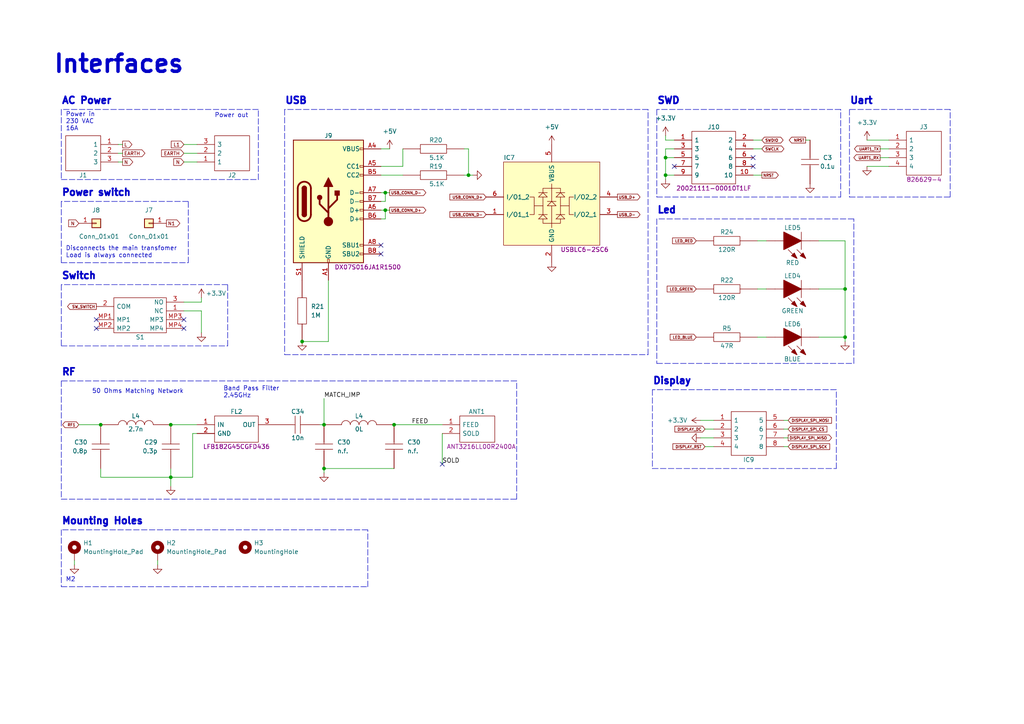
<source format=kicad_sch>
(kicad_sch (version 20230121) (generator eeschema)
  (paper "A4")
  (junction (at 245.11 97.79))
  (junction (at 111.76 55.88))
  (junction (at 193.04 45.72))
  (junction (at 245.11 83.82))
  (junction (at 87.63 99.06))
  (junction (at 193.04 50.8))
  (junction (at 135.89 50.8))
  (junction (at 49.53 123.19))
  (junction (at 111.76 60.96))
  (junction (at 29.21 123.19))
  (junction (at 93.98 123.19))
  (junction (at 114.3 123.19))
  (junction (at 93.98 135.89))
  (junction (at 49.53 138.43))
  (no_connect (at 128.27 134.62))
  (no_connect (at 218.44 48.26))
  (no_connect (at 27.94 95.25))
  (no_connect (at 218.44 45.72))
  (no_connect (at 53.34 92.71))
  (no_connect (at 195.58 48.26))
  (no_connect (at 110.49 73.66))
  (no_connect (at 110.49 71.12))
  (no_connect (at 27.94 92.71))
  (no_connect (at 53.34 95.25))
  (polyline (pts (xy 189.23 135.89) (xy 242.57 135.89)) (stroke (width 0) (type dash)))
  (wire (pts (xy 193.04 40.64) (xy 193.04 39.37)))
  (polyline (pts (xy 189.23 113.03) (xy 189.23 135.89)) (stroke (width 0) (type dash)))
  (polyline (pts (xy 106.68 170.18) (xy 106.68 153.67)) (stroke (width 0) (type dash)))
  (polyline (pts (xy 190.5 31.75) (xy 190.5 57.15)) (stroke (width 0) (type dash)))
  (polyline (pts (xy 149.86 110.49) (xy 17.78 110.49)) (stroke (width 0) (type dash)))
  (wire (pts (xy 110.49 43.18) (xy 113.03 43.18)))
  (polyline (pts (xy 82.55 31.75) (xy 82.55 102.87)) (stroke (width 0) (type dash)))
  (polyline (pts (xy 17.78 144.78) (xy 149.86 144.78)) (stroke (width 0) (type dash)))
  (polyline (pts (xy 190.5 57.15) (xy 243.84 57.15)) (stroke (width 0) (type dash)))
  (wire (pts (xy 111.76 55.88) (xy 113.03 55.88)))
  (wire (pts (xy 237.49 97.79) (xy 245.11 97.79)))
  (wire (pts (xy 55.88 125.73) (xy 55.88 138.43)))
  (wire (pts (xy 111.76 58.42) (xy 111.76 55.88)))
  (wire (pts (xy 110.49 55.88) (xy 111.76 55.88)))
  (wire (pts (xy 135.89 50.8) (xy 134.62 50.8)))
  (wire (pts (xy 22.86 123.19) (xy 29.21 123.19)))
  (wire (pts (xy 218.44 43.18) (xy 220.98 43.18)))
  (wire (pts (xy 233.68 40.64) (xy 234.95 40.64)))
  (wire (pts (xy 218.44 50.8) (xy 220.98 50.8)))
  (polyline (pts (xy 17.78 58.42) (xy 17.78 76.2)) (stroke (width 0) (type dash)))
  (polyline (pts (xy 17.78 100.33) (xy 66.04 100.33)) (stroke (width 0) (type dash)))
  (wire (pts (xy 134.62 43.18) (xy 135.89 43.18)))
  (polyline (pts (xy 247.65 63.5) (xy 190.5 63.5)) (stroke (width 0) (type dash)))
  (wire (pts (xy 95.25 81.28) (xy 95.25 99.06)))
  (polyline (pts (xy 190.5 105.41) (xy 247.65 105.41)) (stroke (width 0) (type dash)))
  (polyline (pts (xy 246.38 57.15) (xy 275.59 57.15)) (stroke (width 0) (type dash)))
  (wire (pts (xy 58.42 90.17) (xy 58.42 96.52)))
  (wire (pts (xy 111.76 63.5) (xy 111.76 60.96)))
  (wire (pts (xy 34.29 44.45) (xy 35.56 44.45)))
  (wire (pts (xy 21.59 162.56) (xy 21.59 163.83)))
  (wire (pts (xy 110.49 50.8) (xy 116.84 50.8)))
  (wire (pts (xy 204.47 124.46) (xy 207.01 124.46)))
  (wire (pts (xy 193.04 45.72) (xy 193.04 50.8)))
  (polyline (pts (xy 187.96 31.75) (xy 82.55 31.75)) (stroke (width 0) (type dash)))
  (wire (pts (xy 193.04 50.8) (xy 193.04 52.07)))
  (wire (pts (xy 237.49 83.82) (xy 245.11 83.82)))
  (wire (pts (xy 34.29 41.91) (xy 35.56 41.91)))
  (wire (pts (xy 203.2 127) (xy 207.01 127)))
  (wire (pts (xy 53.34 46.99) (xy 57.15 46.99)))
  (wire (pts (xy 110.49 63.5) (xy 111.76 63.5)))
  (polyline (pts (xy 17.78 52.07) (xy 74.93 52.07)) (stroke (width 0) (type dash)))
  (wire (pts (xy 93.98 135.89) (xy 93.98 137.16)))
  (wire (pts (xy 34.29 46.99) (xy 35.56 46.99)))
  (wire (pts (xy 53.34 87.63) (xy 58.42 87.63)))
  (polyline (pts (xy 247.65 105.41) (xy 247.65 63.5)) (stroke (width 0) (type dash)))
  (polyline (pts (xy 17.78 82.55) (xy 17.78 100.33)) (stroke (width 0) (type dash)))
  (wire (pts (xy 195.58 43.18) (xy 193.04 43.18)))
  (wire (pts (xy 114.3 123.19) (xy 128.27 123.19)))
  (wire (pts (xy 227.33 121.92) (xy 228.6 121.92)))
  (wire (pts (xy 220.98 40.64) (xy 218.44 40.64)))
  (wire (pts (xy 193.04 43.18) (xy 193.04 45.72)))
  (polyline (pts (xy 246.38 31.75) (xy 246.38 57.15)) (stroke (width 0) (type dash)))
  (wire (pts (xy 227.33 124.46) (xy 228.6 124.46)))
  (wire (pts (xy 195.58 45.72) (xy 193.04 45.72)))
  (polyline (pts (xy 74.93 31.75) (xy 17.78 31.75)) (stroke (width 0) (type dash)))
  (wire (pts (xy 222.25 83.82) (xy 219.71 83.82)))
  (wire (pts (xy 255.27 43.18) (xy 257.81 43.18)))
  (wire (pts (xy 203.2 121.92) (xy 207.01 121.92)))
  (wire (pts (xy 195.58 40.64) (xy 193.04 40.64)))
  (wire (pts (xy 93.98 115.57) (xy 93.98 123.19)))
  (wire (pts (xy 227.33 129.54) (xy 228.6 129.54)))
  (polyline (pts (xy 17.78 153.67) (xy 17.78 170.18)) (stroke (width 0) (type dash)))
  (polyline (pts (xy 17.78 170.18) (xy 106.68 170.18)) (stroke (width 0) (type dash)))
  (wire (pts (xy 255.27 45.72) (xy 257.81 45.72)))
  (polyline (pts (xy 275.59 31.75) (xy 246.38 31.75)) (stroke (width 0) (type dash)))
  (polyline (pts (xy 17.78 76.2) (xy 54.61 76.2)) (stroke (width 0) (type dash)))
  (wire (pts (xy 92.71 123.19) (xy 93.98 123.19)))
  (wire (pts (xy 57.15 123.19) (xy 49.53 123.19)))
  (polyline (pts (xy 187.96 102.87) (xy 187.96 31.75)) (stroke (width 0) (type dash)))
  (wire (pts (xy 251.46 40.64) (xy 257.81 40.64)))
  (polyline (pts (xy 82.55 102.87) (xy 187.96 102.87)) (stroke (width 0) (type dash)))
  (wire (pts (xy 58.42 87.63) (xy 58.42 86.36)))
  (wire (pts (xy 135.89 43.18) (xy 135.89 50.8)))
  (wire (pts (xy 45.72 162.56) (xy 45.72 163.83)))
  (wire (pts (xy 204.47 129.54) (xy 207.01 129.54)))
  (wire (pts (xy 195.58 50.8) (xy 193.04 50.8)))
  (wire (pts (xy 251.46 48.26) (xy 257.81 48.26)))
  (polyline (pts (xy 149.86 144.78) (xy 149.86 110.49)) (stroke (width 0) (type dash)))
  (polyline (pts (xy 66.04 82.55) (xy 17.78 82.55)) (stroke (width 0) (type dash)))
  (wire (pts (xy 49.53 135.89) (xy 49.53 138.43)))
  (polyline (pts (xy 243.84 31.75) (xy 190.5 31.75)) (stroke (width 0) (type dash)))
  (wire (pts (xy 49.53 138.43) (xy 49.53 140.97)))
  (polyline (pts (xy 106.68 153.67) (xy 17.78 153.67)) (stroke (width 0) (type dash)))
  (wire (pts (xy 111.76 60.96) (xy 113.03 60.96)))
  (wire (pts (xy 222.25 97.79) (xy 219.71 97.79)))
  (wire (pts (xy 93.98 135.89) (xy 114.3 135.89)))
  (wire (pts (xy 245.11 83.82) (xy 245.11 97.79)))
  (polyline (pts (xy 190.5 63.5) (xy 190.5 105.41)) (stroke (width 0) (type dash)))
  (wire (pts (xy 95.25 99.06) (xy 87.63 99.06)))
  (wire (pts (xy 110.49 60.96) (xy 111.76 60.96)))
  (polyline (pts (xy 242.57 113.03) (xy 189.23 113.03)) (stroke (width 0) (type dash)))
  (wire (pts (xy 57.15 125.73) (xy 55.88 125.73)))
  (polyline (pts (xy 242.57 135.89) (xy 242.57 113.03)) (stroke (width 0) (type dash)))
  (wire (pts (xy 110.49 58.42) (xy 111.76 58.42)))
  (wire (pts (xy 137.16 50.8) (xy 135.89 50.8)))
  (wire (pts (xy 219.71 69.85) (xy 222.25 69.85)))
  (wire (pts (xy 53.34 90.17) (xy 58.42 90.17)))
  (wire (pts (xy 245.11 69.85) (xy 245.11 83.82)))
  (polyline (pts (xy 17.78 31.75) (xy 17.78 52.07)) (stroke (width 0) (type dash)))
  (wire (pts (xy 49.53 138.43) (xy 29.21 138.43)))
  (wire (pts (xy 245.11 97.79) (xy 245.11 99.06)))
  (wire (pts (xy 227.33 127) (xy 228.6 127)))
  (wire (pts (xy 116.84 48.26) (xy 116.84 43.18)))
  (polyline (pts (xy 275.59 57.15) (xy 275.59 31.75)) (stroke (width 0) (type dash)))
  (polyline (pts (xy 54.61 76.2) (xy 54.61 58.42)) (stroke (width 0) (type dash)))
  (wire (pts (xy 29.21 135.89) (xy 29.21 138.43)))
  (polyline (pts (xy 74.93 52.07) (xy 74.93 31.75)) (stroke (width 0) (type dash)))
  (wire (pts (xy 55.88 138.43) (xy 49.53 138.43)))
  (wire (pts (xy 237.49 69.85) (xy 245.11 69.85)))
  (polyline (pts (xy 243.84 57.15) (xy 243.84 31.75)) (stroke (width 0) (type dash)))
  (wire (pts (xy 128.27 134.62) (xy 128.27 125.73)))
  (wire (pts (xy 53.34 44.45) (xy 57.15 44.45)))
  (polyline (pts (xy 17.78 110.49) (xy 17.78 144.78)) (stroke (width 0) (type dash)))
  (wire (pts (xy 110.49 48.26) (xy 116.84 48.26)))
  (polyline (pts (xy 66.04 100.33) (xy 66.04 82.55)) (stroke (width 0) (type dash)))
  (wire (pts (xy 53.34 41.91) (xy 57.15 41.91)))
  (polyline (pts (xy 54.61 58.42) (xy 17.78 58.42)) (stroke (width 0) (type dash)))
  (text "Uart" (at 246.38 30.48 0) (effects (font (size 2 2) (thickness 1) bold) (justify left bottom)))
  (text "Display" (at 189.23 111.76 0) (effects (font (size 2 2) (thickness 1) bold) (justify left bottom)))
  (text "Interfaces" (at 15.24 21.59 0) (effects (font (size 5 5) (thickness 1) bold) (justify left bottom)))
  (text "50 Ohms Matching Network" (at 26.67 114.3 0) (effects (font (size 1.27 1.27)) (justify left bottom)))
  (text "RF" (at 17.78 109.22 0) (effects (font (size 2 2) (thickness 1) bold) (justify left bottom)))
  (text "Power in\n230 VAC\n16A" (at 19.05 38.1 0) (effects (font (size 1.27 1.27)) (justify left bottom)))
  (text "AC Power" (at 17.78 30.48 0) (effects (font (size 2 2) (thickness 1) bold) (justify left bottom)))
  (text "Switch" (at 17.78 81.28 0) (effects (font (size 2 2) (thickness 1) bold) (justify left bottom)))
  (text "Band Pass Filter\n2.45GHz" (at 64.77 115.57 0) (effects (font (size 1.27 1.27)) (justify left bottom)))
  (text "Power out" (at 62.23 34.29 0) (effects (font (size 1.27 1.27)) (justify left bottom)))
  (text "USB" (at 82.55 30.48 0) (effects (font (size 2 2) (thickness 1) bold) (justify left bottom)))
  (text "M2" (at 19.05 168.91 0) (effects (font (size 1.27 1.27)) (justify left bottom)))
  (text "Power switch" (at 17.78 57.15 0) (effects (font (size 2 2) (thickness 1) bold) (justify left bottom)))
  (text "SWD" (at 190.5 30.48 0) (effects (font (size 2 2) (thickness 1) bold) (justify left bottom)))
  (text "Led" (at 190.5 62.23 0) (effects (font (size 2 2) (thickness 1) bold) (justify left bottom)))
  (text "Disconnects the main transfomer\nLoad is always connected" (at 19.05 74.93 0) (effects (font (size 1.27 1.27)) (justify left bottom)))
  (text "Mounting Holes" (at 17.78 152.4 0) (effects (font (size 2 2) (thickness 1) bold) (justify left bottom)))
  (label "MATCH_IMP" (at 93.98 115.57 0))
  (label "FEED" (at 119.38 123.19 0))
  (label "SOLD" (at 128.27 134.62 0))
  (global_label "EARTH" (shape output) (at 35.56 44.45 0) (effects (font (size 1 1))) (property "Intersheetrefs" "${INTERSHEET_REFS}" (effects hide)))
  (global_label "UART1_RX" (shape output) (at 255.27 45.72 180) (effects (font (size 0.8 0.8) bold)) (property "Intersheetrefs" "${INTERSHEET_REFS}" (effects hide)))
  (global_label "DISPLAY_SPI_MOSI" (shape input) (at 228.6 121.92 0) (effects (font (size 0.8 0.8) bold)) (property "Intersheetrefs" "${INTERSHEET_REFS}" (effects hide)))
  (global_label "LED_RED" (shape input) (at 201.93 69.85 180) (effects (font (size 0.8 0.8) bold)) (property "Intersheetrefs" "${INTERSHEET_REFS}" (effects hide)))
  (global_label "DISPLAY_SPI_SCK" (shape input) (at 228.6 129.54 0) (effects (font (size 0.8 0.8) bold)) (property "Intersheetrefs" "${INTERSHEET_REFS}" (effects hide)))
  (global_label "EARTH" (shape input) (at 53.34 44.45 180) (effects (font (size 1 1))) (property "Intersheetrefs" "${INTERSHEET_REFS}" (effects hide)))
  (global_label "LED_BLUE" (shape input) (at 201.93 97.79 180) (effects (font (size 0.8 0.8) bold)) (property "Intersheetrefs" "${INTERSHEET_REFS}" (effects hide)))
  (global_label "USB_CONN_D-" (shape input) (at 140.97 62.23 180) (effects (font (size 0.8 0.8) bold)) (property "Intersheetrefs" "${INTERSHEET_REFS}" (effects hide)))
  (global_label "RF1" (shape bidirectional) (at 22.86 123.19 180) (effects (font (size 0.8 0.8) bold)) (property "Intersheetrefs" "${INTERSHEET_REFS}" (effects hide)))
  (global_label "DISPLAY_DC" (shape input) (at 204.47 124.46 180) (effects (font (size 0.8 0.8) bold)) (property "Intersheetrefs" "${INTERSHEET_REFS}" (effects hide)))
  (global_label "DISPLAY_SPI_MISO" (shape output) (at 228.6 127 0) (effects (font (size 0.8 0.8) bold)) (property "Intersheetrefs" "${INTERSHEET_REFS}" (effects hide)))
  (global_label "NRST" (shape output) (at 233.68 40.64 180) (effects (font (size 0.8 0.8) bold)) (property "Intersheetrefs" "${INTERSHEET_REFS}" (effects hide)))
  (global_label "USB_D-" (shape output) (at 179.07 62.23 0) (effects (font (size 0.8 0.8) bold)) (property "Intersheetrefs" "${INTERSHEET_REFS}" (effects hide)))
  (global_label "NRST" (shape output) (at 220.98 50.8 0) (effects (font (size 0.8 0.8) bold)) (property "Intersheetrefs" "${INTERSHEET_REFS}" (effects hide)))
  (global_label "SW_SWITCH" (shape output) (at 27.94 88.9 180) (effects (font (size 0.8 0.8) bold)) (property "Intersheetrefs" "${INTERSHEET_REFS}" (effects hide)))
  (global_label "N1" (shape output) (at 48.26 64.77 0) (effects (font (size 1 1))) (property "Intersheetrefs" "${INTERSHEET_REFS}" (effects hide)))
  (global_label "N" (shape input) (at 22.86 64.77 180) (effects (font (size 1 1))) (property "Intersheetrefs" "${INTERSHEET_REFS}" (effects hide)))
  (global_label "USB_D+" (shape output) (at 179.07 57.15 0) (effects (font (size 0.8 0.8) bold)) (property "Intersheetrefs" "${INTERSHEET_REFS}" (effects hide)))
  (global_label "LED_GREEN" (shape input) (at 201.93 83.82 180) (effects (font (size 0.8 0.8) bold)) (property "Intersheetrefs" "${INTERSHEET_REFS}" (effects hide)))
  (global_label "N" (shape output) (at 35.56 46.99 0) (effects (font (size 1 1))) (property "Intersheetrefs" "${INTERSHEET_REFS}" (effects hide)))
  (global_label "DISPLAY_RST" (shape input) (at 204.47 129.54 180) (effects (font (size 0.8 0.8) bold)) (property "Intersheetrefs" "${INTERSHEET_REFS}" (effects hide)))
  (global_label "SWDIO" (shape bidirectional) (at 220.98 40.64 0) (effects (font (size 0.8 0.8) bold)) (property "Intersheetrefs" "${INTERSHEET_REFS}" (effects hide)))
  (global_label "USB_CONN_D+" (shape output) (at 113.03 60.96 0) (effects (font (size 0.8 0.8) bold)) (property "Intersheetrefs" "${INTERSHEET_REFS}" (effects hide)))
  (global_label "N" (shape input) (at 53.34 46.99 180) (effects (font (size 1 1))) (property "Intersheetrefs" "${INTERSHEET_REFS}" (effects hide)))
  (global_label "USB_CONN_D-" (shape output) (at 113.03 55.88 0) (effects (font (size 0.8 0.8) bold)) (property "Intersheetrefs" "${INTERSHEET_REFS}" (effects hide)))
  (global_label "USB_CONN_D+" (shape input) (at 140.97 57.15 180) (effects (font (size 0.8 0.8) bold)) (property "Intersheetrefs" "${INTERSHEET_REFS}" (effects hide)))
  (global_label "L1" (shape input) (at 53.34 41.91 180) (effects (font (size 1 1))) (property "Intersheetrefs" "${INTERSHEET_REFS}" (effects hide)))
  (global_label "DISPLAY_SPI_CS" (shape input) (at 228.6 124.46 0) (effects (font (size 0.8 0.8) bold)) (property "Intersheetrefs" "${INTERSHEET_REFS}" (effects hide)))
  (global_label "UART1_TX" (shape output) (at 255.27 43.18 180) (effects (font (size 0.8 0.8) bold)) (property "Intersheetrefs" "${INTERSHEET_REFS}" (effects hide)))
  (global_label "L" (shape output) (at 35.56 41.91 0) (effects (font (size 1 1))) (property "Intersheetrefs" "${INTERSHEET_REFS}" (effects hide)))
  (global_label "SWCLK" (shape bidirectional) (at 220.98 43.18 0) (effects (font (size 0.8 0.8) bold)) (property "Intersheetrefs" "${INTERSHEET_REFS}" (effects hide)))
  (symbol (lib_id "power:GND") (at 58.42 96.52 0) (unit 1)
    (property "Reference" "#PWR02" (effects hide))
    (property "Value" "GND" (effects hide))
    (instances (project "smartplug" (path "" (reference "#PWR02") (unit 1)) (path "" (reference "#PWR04") (unit 1)) (path "" (reference "#PWR026") (unit 1)) (path "" (reference "#PWR026") (unit 1))))
  )
  (symbol (lib_id "Connector:USB_C_Receptacle_USB2.0") (at 95.25 58.42 0) (unit 1)
    (property "Reference" "J9" (at 95.25 39.37 0))
    (property "Value" "USB_C_Receptacle_USB2.0" (effects hide))
    (property "Footprint" "Connector_USB:USB_C_Receptacle_JAE_DX07S016JA1R1500" (effects hide))
    (property "Datasheet" "https://www.usb.org/sites/default/files/documents/usb_type-c.zip" (effects hide))
    (property "Manufacturer_Name" "JAE Electronics" (effects hide))
    (property "Manufacturer_Part_Number" "DX07S016JA1R1500" (at 106.68 77.47 0))
  )
  (symbol (lib_id "power:+5V") (at 160.02 41.91 0) (unit 1)
    (property "Reference" "#PWR028" (effects hide))
    (property "Value" "+5V" (at 160.02 36.83 0))
    (instances (project "smartplug" (path "" (reference "#PWR028") (unit 1)) (path "" (reference "#PWR050") (unit 1))))
  )
  (symbol (lib_id "power:GND") (at 49.53 140.97 0) (mirror y) (unit 1)
    (property "Reference" "#PWR02" (effects hide))
    (property "Value" "GND" (effects hide))
    (instances (project "smartplug" (path "" (reference "#PWR02") (unit 1)) (path "" (reference "#PWR04") (unit 1)) (path "" (reference "#PWR029") (unit 1)) (path "" (reference "#PWR024") (unit 1))))
  )
  (symbol (lib_id "alecot:GRM1555C1HR80BA01D") (at 29.21 135.89 270) (mirror x) (unit 1)
    (property "Reference" "C30" (at 25.4 128.27 90) (effects (justify right)))
    (property "Value" "0.8p" (at 25.4 130.81 90) (effects (justify right)))
    (property "Footprint" "alecot:CAPC1005X55N" (effects hide))
    (property "Datasheet" "http://www.murata.com/~/media/webrenewal/support/library/catalog/products/capacitor/mlcc/c02e.pdf" (effects hide))
    (property "Description" "Murata 0402 GRM 0.8pF Ceramic Multilayer Capacitor, 50 V dc, +125C, C0G Dielectric, +/-0.1pF SMD" (effects hide))
    (property "Height" "0.55" (effects hide))
    (property "Mouser Part Number" "81-GRM1555C1HR80BA1D" (effects hide))
    (property "Mouser Price/Stock" "https://www.mouser.co.uk/ProductDetail/Murata-Electronics/GRM1555C1HR80BA01D?qs=e%252BE4OD6MgMezPYPintwvrA%3D%3D" (effects hide))
    (property "Manufacturer_Name" "Murata Electronics" (effects hide))
    (property "Manufacturer_Part_Number" "GRM1555C1HR80BA01D" (effects hide))
    (instances (project "smartplug" (path "" (reference "C30") (unit 1)) (path "" (reference "C29") (unit 1))))
  )
  (symbol (lib_id "alecot:PCM12SMTR") (at 40.64 87.63 0) (unit 1)
    (property "Reference" "S1" (at 40.64 97.79 0))
    (property "Value" "PCM12SMTR" (effects hide))
    (property "Footprint" "alecot:PCM12SMTR" (effects hide))
    (property "Datasheet" "https://www.ckswitches.com/media/1424/pcm.pdf" (effects hide))
    (property "Description" "Slide Switches 0.3A SPDT ON-ON" (effects hide))
    (property "Height" "1.4" (effects hide))
    (property "Mouser Part Number" "611-PCM12SMTR" (effects hide))
    (property "Mouser Price/Stock" "https://www.mouser.co.uk/ProductDetail/CK/PCM12SMTR?qs=mfFuHy8STfL3qrPSfCHA7w%3D%3D" (effects hide))
    (property "Manufacturer_Name" "C & K COMPONENTS" (effects hide))
    (property "Manufacturer_Part_Number" "PCM12SMTR" (effects hide))
  )
  (symbol (lib_id "alecot:GRM1555C1HR30WA01D") (at 49.53 135.89 270) (mirror x) (unit 1)
    (property "Reference" "C29" (at 45.72 128.27 90) (effects (justify right)))
    (property "Value" "0.3p" (at 45.72 130.81 90) (effects (justify right)))
    (property "Footprint" "alecot:CAPC1005X55N" (effects hide))
    (property "Datasheet" "http://www.murata.com/~/media/webrenewal/support/library/catalog/products/capacitor/mlcc/c02e.pdf" (effects hide))
    (property "Description" "Murata 0402 GRM 0.3pF Ceramic Multilayer Capacitor, 50 V dc, +125C, C0G Dielectric, +/-0.05pF SMD" (effects hide))
    (property "Height" "0.55" (effects hide))
    (property "Mouser Part Number" "81-GRM1555C1HR30WA1D" (effects hide))
    (property "Mouser Price/Stock" "https://www.mouser.co.uk/ProductDetail/Murata-Electronics/GRM1555C1HR30WA01D?qs=e%252BE4OD6MgMcS%252BbE0ktTutg%3D%3D" (effects hide))
    (property "Manufacturer_Name" "Murata Electronics" (effects hide))
    (property "Manufacturer_Part_Number" "GRM1555C1HR30WA01D" (effects hide))
    (instances (project "smartplug" (path "" (reference "C29") (unit 1)) (path "" (reference "C30") (unit 1))))
  )
  (symbol (lib_id "alecot:151034BS03000") (at 227.33 97.79 180) (unit 1)
    (property "Reference" "LED6" (at 229.87 93.98 0))
    (property "Value" "BLUE" (at 229.87 104.14 0))
    (property "Footprint" "alecot:151034BS03000" (effects hide))
    (property "Datasheet" "http://katalog.we-online.de/led/datasheet/151034BS03000.pdf" (effects hide))
    (property "Description" "Wurth Elektronik 151034BS03000, WL-TMRW Series Blue LED, 470 nm,, Round Lens Through Hole Package, 2.8V" (effects hide))
    (property "Height" "5.55" (effects hide))
    (property "Mouser Part Number" "710-151034BS03000" (effects hide))
    (property "Mouser Price/Stock" "https://www.mouser.co.uk/ProductDetail/Wurth-Elektronik/151034BS03000?qs=5aG0NVq1C4xip2bYWo%252B2Eg%3D%3D" (effects hide))
    (property "Manufacturer_Name" "Wurth Elektronik" (effects hide))
    (property "Manufacturer_Part_Number" "151034BS03000" (effects hide))
  )
  (symbol (lib_id "power:GND") (at 193.04 52.07 0) (unit 1)
    (property "Reference" "#PWR02" (effects hide))
    (property "Value" "GND" (effects hide))
    (instances (project "smartplug" (path "" (reference "#PWR02") (unit 1)) (path "" (reference "#PWR04") (unit 1)) (path "" (reference "#PWR038") (unit 1)) (path "" (reference "#PWR029") (unit 1))))
  )
  (symbol (lib_id "power:GND") (at 160.02 76.2 0) (unit 1)
    (property "Reference" "#PWR02" (effects hide))
    (property "Value" "GND" (effects hide))
    (instances (project "smartplug" (path "" (reference "#PWR02") (unit 1)) (path "" (reference "#PWR04") (unit 1)) (path "" (reference "#PWR035") (unit 1)) (path "" (reference "#PWR049") (unit 1))))
  )
  (symbol (lib_id "power:+3.3V") (at 193.04 39.37 0) (unit 1)
    (property "Reference" "#PWR037" (effects hide))
    (property "Value" "+3.3V" (at 193.04 34.29 0))
  )
  (symbol (lib_id "Mechanical:MountingHole_Pad") (at 45.72 160.02 0) (unit 1)
    (property "Reference" "H2" (at 48.26 157.48 0) (effects (justify left)))
    (property "Value" "MountingHole_Pad" (at 48.26 160.02 0) (effects (justify left)))
    (property "Footprint" "MountingHole:MountingHole_2.2mm_M2_ISO7380_Pad" (effects hide))
  )
  (symbol (lib_id "alecot:GRM1555C1HR80BA01D") (at 93.98 123.19 90) (mirror x) (unit 1)
    (property "Reference" "C30" (at 97.79 128.27 90) (effects (justify right)))
    (property "Value" "n.f." (at 97.79 130.81 90) (effects (justify right)))
    (property "Footprint" "alecot:CAPC1005X55N" (effects hide))
    (property "Datasheet" "http://www.murata.com/~/media/webrenewal/support/library/catalog/products/capacitor/mlcc/c02e.pdf" (effects hide))
    (property "Description" "Murata 0402 GRM 0.8pF Ceramic Multilayer Capacitor, 50 V dc, +125C, C0G Dielectric, +/-0.1pF SMD" (effects hide))
    (property "Height" "0.55" (effects hide))
    (property "Mouser Part Number" "81-GRM1555C1HR80BA1D" (effects hide))
    (property "Mouser Price/Stock" "https://www.mouser.co.uk/ProductDetail/Murata-Electronics/GRM1555C1HR80BA01D?qs=e%252BE4OD6MgMezPYPintwvrA%3D%3D" (effects hide))
    (property "Manufacturer_Name" "Murata Electronics" (effects hide))
    (property "Manufacturer_Part_Number" "GRM1555C1HR80BA01D" (effects hide))
    (instances (project "smartplug" (path "" (reference "C30") (unit 1)) (path "" (reference "C33") (unit 1))))
  )
  (symbol (lib_id "alecot:ERJ-3EKF1200V") (at 213.36 69.85 0) (unit 1)
    (property "Reference" "R24" (at 210.82 67.31 0))
    (property "Value" "120R" (at 210.82 72.39 0))
    (property "Footprint" "alecot:RESC1608X55N" (effects hide))
    (property "Datasheet" "http://industrial.panasonic.com/cdbs/www-data/pdf/RDA0000/AOA0000C86.pdf" (effects hide))
    (property "Description" "Precision Thick Film Chip Resistor, 0603, 0.1W" (effects hide))
    (property "Height" "0.55" (effects hide))
    (property "Mouser Part Number" "667-ERJ-3EKF1200V" (effects hide))
    (property "Mouser Price/Stock" "https://www.mouser.co.uk/ProductDetail/Panasonic/ERJ-3EKF1200V?qs=iBwFsHVUAOfkZ4Bj0qjBGg%3D%3D" (effects hide))
    (property "Manufacturer_Name" "Panasonic" (effects hide))
    (property "Manufacturer_Part_Number" "ERJ-3EKF1200V" (effects hide))
  )
  (symbol (lib_id "alecot:ERJ-3EKF47R0V") (at 201.93 97.79 0) (unit 1)
    (property "Reference" "R5" (at 210.82 95.25 0))
    (property "Value" "47R" (at 210.82 100.33 0))
    (property "Footprint" "alecot:RESC1608X55N" (effects hide))
    (property "Datasheet" "http://industrial.panasonic.com/cdbs/www-data/pdf/RDA0000/AOA0000C86.pdf" (effects hide))
    (property "Description" "Precision Thick Film Chip Resistor, 0603, 0.1W, 47R" (effects hide))
    (property "Height" "0.55" (effects hide))
    (property "Mouser Part Number" "667-ERJ-3EKF47R0V" (effects hide))
    (property "Mouser Price/Stock" "https://www.mouser.co.uk/ProductDetail/Panasonic/ERJ-3EKF47R0V?qs=MVjVSMjNRMpsvSx%252B5vk7Cg%3D%3D" (effects hide))
    (property "Manufacturer_Name" "Panasonic" (effects hide))
    (property "Manufacturer_Part_Number" "ERJ-3EKF47R0V" (effects hide))
  )
  (symbol (lib_id "alecot:534998-4") (at 219.71 121.92 0) (unit 1)
    (property "Reference" "IC9" (at 217.17 133.35 0))
    (property "Value" "534998-4" (effects hide))
    (property "Footprint" "alecot:RHDR8W76P254X254_2X4_1016X503X673P" (effects hide))
    (property "Datasheet" "https://www.te.com/commerce/DocumentDelivery/DDEController?Action=srchrtrv&DocNm=534998&DocType=Customer+Drawing&DocLang=English&DocFormat=pdf&PartCntxt=534998-4" (effects hide))
    (property "Description" "TE Connectivity Mod IV Series 8 Way 2 Row Female Straight PCB Connector Housing" (effects hide))
    (property "Height" "6.73" (effects hide))
    (property "Mouser Part Number" "571-5349984" (effects hide))
    (property "Mouser Price/Stock" "https://www.mouser.co.uk/ProductDetail/TE-Connectivity-AMP/534998-4?qs=4hg9R9g9MDuYj2jy%252BA%2FiKQ%3D%3D" (effects hide))
    (property "Manufacturer_Name" "TE Connectivity" (effects hide))
    (property "Manufacturer_Part_Number" "534998-4" (effects hide))
  )
  (symbol (lib_id "power:GND") (at 93.98 137.16 0) (mirror y) (unit 1)
    (property "Reference" "#PWR02" (effects hide))
    (property "Value" "GND" (effects hide))
    (instances (project "smartplug" (path "" (reference "#PWR02") (unit 1)) (path "" (reference "#PWR04") (unit 1)) (path "" (reference "#PWR029") (unit 1)) (path "" (reference "#PWR038") (unit 1))))
  )
  (symbol (lib_id "Mechanical:MountingHole") (at 71.12 158.75 0) (unit 1)
    (property "Reference" "H3" (at 73.66 157.48 0) (effects (justify left)))
    (property "Value" "MountingHole" (at 73.66 160.02 0) (effects (justify left)))
    (property "Footprint" "MountingHole:MountingHole_2.2mm_M2_ISO7380" (effects hide))
  )
  (symbol (lib_id "alecot:ERJ-3EKF1004V") (at 87.63 99.06 90) (unit 1)
    (property "Reference" "R21" (at 90.17 88.9 90) (effects (justify right)))
    (property "Value" "1M" (at 90.17 91.44 90) (effects (justify right)))
    (property "Footprint" "alecot:RESC1608X55N" (effects hide))
    (property "Datasheet" "http://industrial.panasonic.com/cdbs/www-data/pdf/RDA0000/AOA0000C86.pdf" (effects hide))
    (property "Description" "Precision Thick Film Chip Resistor, 0603, 0.1W" (effects hide))
    (property "Height" "0.55" (effects hide))
    (property "Mouser Part Number" "667-ERJ-3EKF1004V" (effects hide))
    (property "Mouser Price/Stock" "https://www.mouser.co.uk/ProductDetail/Panasonic/ERJ-3EKF1004V?qs=6%252BUraArZVSCwybhfQn7iYg%3D%3D" (effects hide))
    (property "Manufacturer_Name" "Panasonic" (effects hide))
    (property "Manufacturer_Part_Number" "ERJ-3EKF1004V" (effects hide))
    (instances (project "smartplug" (path "" (reference "R21") (unit 1)) (path "" (reference "R19") (unit 1))))
  )
  (symbol (lib_id "alecot:GCM188R72A103KA37J") (at 80.01 123.19 0) (unit 1)
    (property "Reference" "C34" (at 86.36 119.38 0))
    (property "Value" "10n" (at 86.36 127 0))
    (property "Footprint" "alecot:CAPC1608X90N" (effects hide))
    (property "Datasheet" "https://psearch.en.murata.com/capacitor/product/GCM188R72A103KA37%23.html" (effects hide))
    (property "Description" "Capacitor GCM18 L=1.6mm W=0.8mm T=0.8mm" (effects hide))
    (property "Height" "0.9" (effects hide))
    (property "Mouser Part Number" "81-GCM188R72A103KA7J" (effects hide))
    (property "Mouser Price/Stock" "https://www.mouser.co.uk/ProductDetail/Murata-Electronics/GCM188R72A103KA37J?qs=XuOgWozpmAS9MToLIJ09hw%3D%3D" (effects hide))
    (property "Manufacturer_Name" "Murata Electronics" (effects hide))
    (property "Manufacturer_Part_Number" "GCM188R72A103KA37J" (effects hide))
  )
  (symbol (lib_id "Mechanical:MountingHole_Pad") (at 21.59 160.02 0) (unit 1)
    (property "Reference" "H1" (at 24.13 157.48 0) (effects (justify left)))
    (property "Value" "MountingHole_Pad" (at 24.13 160.02 0) (effects (justify left)))
    (property "Footprint" "MountingHole:MountingHole_2.2mm_M2_ISO7380_Pad" (effects hide))
  )
  (symbol (lib_id "power:+3.3V") (at 58.42 86.36 0) (unit 1)
    (property "Reference" "#PWR025" (effects hide))
    (property "Value" "+3.3V" (at 59.69 85.09 0) (effects (justify left)))
  )
  (symbol (lib_id "power:GND") (at 137.16 50.8 90) (unit 1)
    (property "Reference" "#PWR02" (effects hide))
    (property "Value" "GND" (effects hide))
    (instances (project "smartplug" (path "" (reference "#PWR02") (unit 1)) (path "" (reference "#PWR04") (unit 1)) (path "" (reference "#PWR035") (unit 1)) (path "" (reference "#PWR036") (unit 1))))
  )
  (symbol (lib_id "power:+3.3V") (at 251.46 40.64 0) (unit 1)
    (property "Reference" "#PWR043" (effects hide))
    (property "Value" "+3.3V" (at 251.46 35.56 0))
  )
  (symbol (lib_id "power:GND") (at 234.95 53.34 0) (unit 1)
    (property "Reference" "#PWR02" (effects hide))
    (property "Value" "GND" (effects hide))
    (instances (project "smartplug" (path "" (reference "#PWR02") (unit 1)) (path "" (reference "#PWR04") (unit 1)) (path "" (reference "#PWR027") (unit 1)) (path "" (reference "#PWR027") (unit 1))))
  )
  (symbol (lib_id "alecot:ERJ-3EKF1200V") (at 213.36 83.82 0) (unit 1)
    (property "Reference" "R22" (at 210.82 81.28 0))
    (property "Value" "120R" (at 210.82 86.36 0))
    (property "Footprint" "alecot:RESC1608X55N" (effects hide))
    (property "Datasheet" "http://industrial.panasonic.com/cdbs/www-data/pdf/RDA0000/AOA0000C86.pdf" (effects hide))
    (property "Description" "Precision Thick Film Chip Resistor, 0603, 0.1W" (effects hide))
    (property "Height" "0.55" (effects hide))
    (property "Mouser Part Number" "667-ERJ-3EKF1200V" (effects hide))
    (property "Mouser Price/Stock" "https://www.mouser.co.uk/ProductDetail/Panasonic/ERJ-3EKF1200V?qs=iBwFsHVUAOfkZ4Bj0qjBGg%3D%3D" (effects hide))
    (property "Manufacturer_Name" "Panasonic" (effects hide))
    (property "Manufacturer_Part_Number" "ERJ-3EKF1200V" (effects hide))
  )
  (symbol (lib_id "power:GND") (at 245.11 99.06 0) (unit 1)
    (property "Reference" "#PWR02" (effects hide))
    (property "Value" "GND" (effects hide))
    (instances (project "smartplug" (path "" (reference "#PWR02") (unit 1)) (path "" (reference "#PWR04") (unit 1)) (path "" (reference "#PWR027") (unit 1)) (path "" (reference "#PWR054") (unit 1))))
  )
  (symbol (lib_id "power:GND") (at 87.63 99.06 0) (unit 1)
    (property "Reference" "#PWR02" (effects hide))
    (property "Value" "GND" (effects hide))
    (instances (project "smartplug" (path "" (reference "#PWR02") (unit 1)) (path "" (reference "#PWR04") (unit 1)) (path "" (reference "#PWR036") (unit 1)) (path "" (reference "#PWR028") (unit 1))))
  )
  (symbol (lib_id "alecot:1935174") (at 34.29 41.91 0) (mirror y) (unit 1)
    (property "Reference" "J1" (at 24.13 50.8 0))
    (property "Value" "1935174" (effects hide))
    (property "Footprint" "alecot:1935174" (effects hide))
    (property "Description" "PCB terminal block, Nominal current: 17.5 A, Nom. voltage: 400 V, Pitch: 5 mm, Number of positions: 3, Connection method: Screw connection with wire protector, Mounting: Wave soldering, Conductor/PCB connection direction: 0 , Color: green, Also possible: Connection of a 1.5 mm conductor with ferrule, then however with reduction in rated voltage or degree of pollution / surge category." (effects hide))
    (property "Height" "11.55" (effects hide))
    (property "Mouser Part Number" "651-1935174" (effects hide))
    (property "Mouser Price/Stock" "https://www.mouser.co.uk/ProductDetail/Phoenix-Contact/1935174?qs=QWULklcAmSR8B7o4YouITA%3D%3D" (effects hide))
    (property "Manufacturer_Name" "Phoenix Contact" (effects hide))
    (property "Manufacturer_Part_Number" "1935174" (effects hide))
  )
  (symbol (lib_id "alecot:151033RS03000") (at 227.33 69.85 180) (unit 1)
    (property "Reference" "LED5" (at 229.87 66.04 0))
    (property "Value" "RED" (at 229.87 76.2 0))
    (property "Footprint" "alecot:151033RS03000" (effects hide))
    (property "Datasheet" "https://www.we-online.com/katalog/datasheet/151033RS03000.pdf" (effects hide))
    (property "Description" "WURTH ELEKTRONIK - 151033RS03000 - LED, Red, Through Hole, T-1 (3mm), 30 mA, 2 V, 621 nm" (effects hide))
    (property "Height" "10.9" (effects hide))
    (property "Mouser Part Number" "710-151033RS03000" (effects hide))
    (property "Mouser Price/Stock" "https://www.mouser.co.uk/ProductDetail/Wurth-Elektronik/151033RS03000?qs=LlUlMxKIyB1%252BAw6bWFN43w%3D%3D" (effects hide))
    (property "Manufacturer_Name" "Wurth Elektronik" (effects hide))
    (property "Manufacturer_Part_Number" "151033RS03000" (effects hide))
  )
  (symbol (lib_id "alecot:151031VS06000") (at 228.6 83.82 180) (unit 1)
    (property "Reference" "LED4" (at 229.87 80.01 0))
    (property "Value" "GREEN" (at 229.87 90.17 0))
    (property "Footprint" "alecot:151034GS03000" (effects hide))
    (property "Datasheet" "https://katalog.we-online.de/led/datasheet/151031VS06000.pdf" (effects hide))
    (property "Description" "LED,Wurth Elektronik,151031VS06000, 2.2V FV" (effects hide))
    (property "Mouser Part Number" "710-151031VS06000" (effects hide))
    (property "Mouser Price/Stock" "https://www.mouser.co.uk/ProductDetail/Wurth-Elektronik/151031VS06000?qs=LlUlMxKIyB01ggED1iKswA%3D%3D" (effects hide))
    (property "Manufacturer_Name" "Wurth Elektronik" (effects hide))
    (property "Manufacturer_Part_Number" "151031VS06000" (effects hide))
  )
  (symbol (lib_id "alecot:20021111-00010T1LF") (at 208.28 43.18 0) (unit 1)
    (property "Reference" "J10" (at 207.01 36.83 0))
    (property "Footprint" "alecot:HDRV10W45P127_2X5_635X343X575P" (effects hide))
    (property "Datasheet" "https://cdn.amphenol-cs.com/media/wysiwyg/files/drawing/20021111.pdf" (effects hide))
    (property "Description" "Minitek127,  Board to Board connector, Unshrouded Vertical Header, Through Hole, Double Row, 10 Positions, 1.27mm (0.050in) pitch." (effects hide))
    (property "Height" "5.75" (effects hide))
    (property "Mouser Part Number" "649-200211110010T1LF" (effects hide))
    (property "Mouser Price/Stock" "https://www.mouser.co.uk/ProductDetail/Amphenol-FCI/20021111-00010T1LF?qs=nwYJ12Fl9gS7abe%2FFSrp1g%3D%3D" (effects hide))
    (property "Manufacturer_Name" "Amphenol Communications Solutions" (effects hide))
    (property "Manufacturer_Part_Number" "20021111-00010T1LF" (at 207.01 54.61 0))
  )
  (symbol (lib_id "power:+5V") (at 113.03 43.18 0) (unit 1)
    (property "Reference" "#PWR028" (effects hide))
    (property "Value" "+5V" (at 113.03 38.1 0))
    (instances (project "smartplug" (path "" (reference "#PWR028") (unit 1)) (path "" (reference "#PWR035") (unit 1))))
  )
  (symbol (lib_id "alecot:1935174") (at 57.15 46.99 0) (mirror x) (unit 1)
    (property "Reference" "J2" (at 67.31 50.8 0))
    (property "Value" "1935174" (effects hide))
    (property "Footprint" "alecot:1935174" (effects hide))
    (property "Description" "PCB terminal block, Nominal current: 17.5 A, Nom. voltage: 400 V, Pitch: 5 mm, Number of positions: 3, Connection method: Screw connection with wire protector, Mounting: Wave soldering, Conductor/PCB connection direction: 0 , Color: green, Also possible: Connection of a 1.5 mm conductor with ferrule, then however with reduction in rated voltage or degree of pollution / surge category." (effects hide))
    (property "Height" "11.55" (effects hide))
    (property "Mouser Part Number" "651-1935174" (effects hide))
    (property "Mouser Price/Stock" "https://www.mouser.co.uk/ProductDetail/Phoenix-Contact/1935174?qs=QWULklcAmSR8B7o4YouITA%3D%3D" (effects hide))
    (property "Manufacturer_Name" "Phoenix Contact" (effects hide))
    (property "Manufacturer_Part_Number" "1935174" (effects hide))
  )
  (symbol (lib_id "power:GND") (at 203.2 127 270) (unit 1)
    (property "Reference" "#PWR02" (effects hide))
    (property "Value" "GND" (effects hide))
    (instances (project "smartplug" (path "" (reference "#PWR02") (unit 1)) (path "" (reference "#PWR04") (unit 1)) (path "" (reference "#PWR027") (unit 1)) (path "" (reference "#PWR055") (unit 1))))
  )
  (symbol (lib_id "Connector_Generic:Conn_01x01") (at 27.94 64.77 0) (unit 1)
    (property "Reference" "J8" (at 26.67 60.96 0) (effects (justify left)))
    (property "Value" "Conn_01x01" (at 22.86 68.58 0) (effects (justify left)))
    (property "Footprint" "Connector_Wire:SolderWire-0.25sqmm_1x01_D0.65mm_OD1.7mm" (effects hide))
  )
  (symbol (lib_id "power:GND") (at 21.59 163.83 0) (mirror y) (unit 1)
    (property "Reference" "#PWR02" (effects hide))
    (property "Value" "GND" (effects hide))
    (instances (project "smartplug" (path "" (reference "#PWR02") (unit 1)) (path "" (reference "#PWR04") (unit 1)) (path "" (reference "#PWR029") (unit 1)) (path "" (reference "#PWR057") (unit 1))))
  )
  (symbol (lib_id "alecot:USBLC6-2SC6") (at 139.7 46.99 0) (unit 1)
    (property "Reference" "IC7" (at 146.05 45.72 0) (effects (justify left)))
    (property "Footprint" "alecot:SOT95P280X145-6N" (effects hide))
    (property "Datasheet" "http://www.st.com/st-web-ui/static/active/en/resource/technical/document/datasheet/CD00050750.pdf" (effects hide))
    (property "Description" "TVS Diode Array Uni-Directional USBLC6-2SC6 17V, SOT-23 6-Pin" (effects hide))
    (property "Height" "1.45" (effects hide))
    (property "Mouser Part Number" "511-USBLC6-2SC6" (effects hide))
    (property "Mouser Price/Stock" "https://www.mouser.co.uk/ProductDetail/STMicroelectronics/USBLC6-2SC6?qs=po45yt2pPpu%2FhNIlwQdTlg%3D%3D" (effects hide))
    (property "Manufacturer_Name" "STMicroelectronics" (effects hide))
    (property "Manufacturer_Part_Number" "USBLC6-2SC6" (at 162.56 72.39 0) (effects (justify left)))
  )
  (symbol (lib_id "power:GND") (at 251.46 48.26 0) (unit 1)
    (property "Reference" "#PWR02" (effects hide))
    (property "Value" "GND" (effects hide))
    (instances (project "smartplug" (path "" (reference "#PWR02") (unit 1)) (path "" (reference "#PWR04") (unit 1)) (path "" (reference "#PWR044") (unit 1)) (path "" (reference "#PWR044") (unit 1))))
  )
  (symbol (lib_id "alecot:LQG15HS2N7S02D") (at 114.3 123.19 0) (mirror y) (unit 1)
    (property "Reference" "L4" (at 104.14 120.65 0))
    (property "Value" "0L" (at 104.14 124.46 0))
    (property "Footprint" "alecot:LQG15WH0N7B02D" (effects hide))
    (property "Datasheet" "https://psearch.en.murata.com/inductor/product/LQG15HS2N7S02%23.html" (effects hide))
    (property "Description" "LQG15HS_02 Series Inductor 2.7nH +/-0.3nH 0402 (1005)" (effects hide))
    (property "Height" "0.55" (effects hide))
    (property "Mouser Part Number" "81-LQG15HS2N7S02D" (effects hide))
    (property "Mouser Price/Stock" "https://www.mouser.co.uk/ProductDetail/Murata-Electronics/LQG15HS2N7S02D?qs=ctz47l0uL1AKrLI74yO5Qw%3D%3D" (effects hide))
    (property "Manufacturer_Name" "Murata Electronics" (effects hide))
    (property "Manufacturer_Part_Number" "LQG15HS2N7S02D" (effects hide))
    (instances (project "smartplug" (path "" (reference "L4") (unit 1)) (path "" (reference "L5") (unit 1))))
  )
  (symbol (lib_id "alecot:LQG15HS2N7S02D") (at 49.53 123.19 0) (mirror y) (unit 1)
    (property "Reference" "L4" (at 39.37 120.65 0))
    (property "Value" "2.7n" (at 39.37 124.46 0))
    (property "Footprint" "alecot:LQG15WH0N7B02D" (effects hide))
    (property "Datasheet" "https://psearch.en.murata.com/inductor/product/LQG15HS2N7S02%23.html" (effects hide))
    (property "Description" "LQG15HS_02 Series Inductor 2.7nH +/-0.3nH 0402 (1005)" (effects hide))
    (property "Height" "0.55" (effects hide))
    (property "Mouser Part Number" "81-LQG15HS2N7S02D" (effects hide))
    (property "Mouser Price/Stock" "https://www.mouser.co.uk/ProductDetail/Murata-Electronics/LQG15HS2N7S02D?qs=ctz47l0uL1AKrLI74yO5Qw%3D%3D" (effects hide))
    (property "Manufacturer_Name" "Murata Electronics" (effects hide))
    (property "Manufacturer_Part_Number" "LQG15HS2N7S02D" (effects hide))
  )
  (symbol (lib_id "alecot:ERJ-3EKF5101V") (at 134.62 43.18 180) (unit 1)
    (property "Reference" "R20" (at 124.46 40.64 0) (effects (justify right)))
    (property "Value" "5.1K" (at 124.46 45.72 0) (effects (justify right)))
    (property "Footprint" "alecot:RESC1608X55N" (effects hide))
    (property "Datasheet" "http://industrial.panasonic.com/cdbs/www-data/pdf/RDA0000/AOA0000C86.pdf" (effects hide))
    (property "Description" "Thick Film Resistors - SMD 0603 5.1Kohms 1% AEC-Q200" (effects hide))
    (property "Height" "0.55" (effects hide))
    (property "Mouser Part Number" "667-ERJ-3EKF5101V" (effects hide))
    (property "Mouser Price/Stock" "https://www.mouser.co.uk/ProductDetail/Panasonic/ERJ-3EKF5101V?qs=MVjVSMjNRMqhyossZ5oXsQ%3D%3D" (effects hide))
    (property "Manufacturer_Name" "Panasonic" (effects hide))
    (property "Manufacturer_Part_Number" "ERJ-3EKF5101V" (effects hide))
    (instances (project "smartplug" (path "" (reference "R20") (unit 1)) (path "" (reference "R21") (unit 1))))
  )
  (symbol (lib_id "alecot:GRM1555C1HR80BA01D") (at 114.3 123.19 90) (mirror x) (unit 1)
    (property "Reference" "C30" (at 118.11 128.27 90) (effects (justify right)))
    (property "Value" "n.f." (at 118.11 130.81 90) (effects (justify right)))
    (property "Footprint" "alecot:CAPC1005X55N" (effects hide))
    (property "Datasheet" "http://www.murata.com/~/media/webrenewal/support/library/catalog/products/capacitor/mlcc/c02e.pdf" (effects hide))
    (property "Description" "Murata 0402 GRM 0.8pF Ceramic Multilayer Capacitor, 50 V dc, +125C, C0G Dielectric, +/-0.1pF SMD" (effects hide))
    (property "Height" "0.55" (effects hide))
    (property "Mouser Part Number" "81-GRM1555C1HR80BA1D" (effects hide))
    (property "Mouser Price/Stock" "https://www.mouser.co.uk/ProductDetail/Murata-Electronics/GRM1555C1HR80BA01D?qs=e%252BE4OD6MgMezPYPintwvrA%3D%3D" (effects hide))
    (property "Manufacturer_Name" "Murata Electronics" (effects hide))
    (property "Manufacturer_Part_Number" "GRM1555C1HR80BA01D" (effects hide))
    (instances (project "smartplug" (path "" (reference "C30") (unit 1)) (path "" (reference "C35") (unit 1))))
  )
  (symbol (lib_id "alecot:ERJ-3EKF5101V") (at 134.62 50.8 180) (unit 1)
    (property "Reference" "R19" (at 124.46 48.26 0) (effects (justify right)))
    (property "Value" "5.1K" (at 124.46 53.34 0) (effects (justify right)))
    (property "Footprint" "alecot:RESC1608X55N" (effects hide))
    (property "Datasheet" "http://industrial.panasonic.com/cdbs/www-data/pdf/RDA0000/AOA0000C86.pdf" (effects hide))
    (property "Description" "Thick Film Resistors - SMD 0603 5.1Kohms 1% AEC-Q200" (effects hide))
    (property "Height" "0.55" (effects hide))
    (property "Mouser Part Number" "667-ERJ-3EKF5101V" (effects hide))
    (property "Mouser Price/Stock" "https://www.mouser.co.uk/ProductDetail/Panasonic/ERJ-3EKF5101V?qs=MVjVSMjNRMqhyossZ5oXsQ%3D%3D" (effects hide))
    (property "Manufacturer_Name" "Panasonic" (effects hide))
    (property "Manufacturer_Part_Number" "ERJ-3EKF5101V" (effects hide))
    (instances (project "smartplug" (path "" (reference "R19") (unit 1)) (path "" (reference "R20") (unit 1))))
  )
  (symbol (lib_id "alecot:LFB182G45CGFD436") (at 57.15 120.65 0) (unit 1)
    (property "Reference" "FL2" (at 68.58 119.38 0))
    (property "Value" "LFB182G45CGFD436" (effects hide))
    (property "Footprint" "alecot:LFB182G45CGFD436" (effects hide))
    (property "Datasheet" "https://www.mouser.fr/datasheet/2/281/murata_LFB182G45CGFD436-1186332.pdf" (effects hide))
    (property "Description" "Signal Conditioning" (effects hide))
    (property "Height" "0.65" (effects hide))
    (property "Mouser Part Number" "81-LFB182G45CGFD436" (effects hide))
    (property "Mouser Price/Stock" "https://www.mouser.co.uk/ProductDetail/Murata-Electronics/LFB182G45CGFD436?qs=5aG0NVq1C4xoKNFbA5uf0A%3D%3D" (effects hide))
    (property "Manufacturer_Name" "Murata Electronics" (effects hide))
    (property "Manufacturer_Part_Number" "LFB182G45CGFD436" (at 68.58 129.54 0))
  )
  (symbol (lib_id "Connector_Generic:Conn_01x01") (at 43.18 64.77 180) (unit 1)
    (property "Reference" "J7" (at 43.18 60.96 0))
    (property "Value" "Conn_01x01" (at 43.18 68.58 0))
    (property "Footprint" "Connector_Wire:SolderWire-0.25sqmm_1x01_D0.65mm_OD1.7mm" (effects hide))
  )
  (symbol (lib_id "alecot:GRM155R61H104KE19D") (at 234.95 53.34 270) (unit 1)
    (property "Reference" "C3" (at 240.03 45.72 90))
    (property "Value" "0.1u" (at 240.03 48.26 90))
    (property "Footprint" "alecot:CAPC1005X55N" (effects hide))
    (property "Datasheet" "http://www.murata.com/~/media/webrenewal/support/library/catalog/products/capacitor/mlcc/c02e.pdf" (effects hide))
    (property "Description" "MURATA - GRM155R61H104KE19D - CAP, MLCC, X5R, 100NF, 50V, 0402" (effects hide))
    (property "Height" "0.55" (effects hide))
    (property "Mouser Part Number" "81-GRM155R61H104KE9D" (effects hide))
    (property "Mouser Price/Stock" "https://www.mouser.co.uk/ProductDetail/Murata-Electronics/GRM155R61H104KE19D?qs=IPQhFcwEUOgxc5G2vSckRg%3D%3D" (effects hide))
    (property "Manufacturer_Name" "Murata Electronics" (effects hide))
    (property "Manufacturer_Part_Number" "GRM155R61H104KE19D" (effects hide))
    (instances (project "smartplug" (path "" (reference "C3") (unit 1)) (path "" (reference "C6") (unit 1)) (path "" (reference "C31") (unit 1))))
  )
  (symbol (lib_id "power:GND") (at 45.72 163.83 0) (mirror y) (unit 1)
    (property "Reference" "#PWR02" (effects hide))
    (property "Value" "GND" (effects hide))
    (instances (project "smartplug" (path "" (reference "#PWR02") (unit 1)) (path "" (reference "#PWR04") (unit 1)) (path "" (reference "#PWR029") (unit 1)) (path "" (reference "#PWR058") (unit 1))))
  )
  (symbol (lib_id "power:+3.3V") (at 203.2 121.92 90) (unit 1)
    (property "Reference" "#PWR043" (effects hide))
    (property "Value" "+3.3V" (at 199.39 121.92 90) (effects (justify left)))
    (instances (project "smartplug" (path "" (reference "#PWR043") (unit 1)) (path "" (reference "#PWR046") (unit 1))))
  )
  (symbol (lib_id "alecot:ANT3216LL00R2400A") (at 128.27 123.19 0) (unit 1)
    (property "Reference" "ANT1" (at 135.89 119.38 0) (effects (justify left)))
    (property "Value" "ANT3216LL00R2400A" (effects hide))
    (property "Footprint" "alecot:ANT3216LL00R2400A" (effects hide))
    (property "Description" "Antennas 1W 2.4-2.5GHz ANTENNA" (effects hide))
    (property "Height" "1.35" (effects hide))
    (property "Mouser Part Number" "603-ANT3216LL00R2400" (effects hide))
    (property "Mouser Price/Stock" "https://www.mouser.co.uk/ProductDetail/Pulse-Electronics/ANT3216LL00R2400A?qs=VAB4DzKv5wVywAIgVVebaA%3D%3D" (effects hide))
    (property "Manufacturer_Name" "Pulse Electronics" (effects hide))
    (property "Manufacturer_Part_Number" "ANT3216LL00R2400A" (at 129.54 129.54 0) (effects (justify left)))
  )
  (symbol (lib_id "alecot:826629-4") (at 257.81 40.64 0) (unit 1)
    (property "Reference" "J3" (at 266.7 36.83 0) (effects (justify left)))
    (property "Value" "826629-4" (effects hide))
    (property "Footprint" "alecot:HDRV4W63P0X254_1X4_1016X250X950P" (effects hide))
    (property "Datasheet" "https://componentsearchengine.com/Datasheets/2/826629-4.pdf" (effects hide))
    (property "Description" "4w Single row straight header gold" (effects hide))
    (property "Height" "9.5" (effects hide))
    (property "Mouser Part Number" "571-826629-4" (effects hide))
    (property "Mouser Price/Stock" "https://www.mouser.co.uk/ProductDetail/TE-Connectivity/826629-4?qs=FazuUmncXom81cYQ0o6zwQ%3D%3D" (effects hide))
    (property "Manufacturer_Name" "TE Connectivity" (effects hide))
    (property "Manufacturer_Part_Number" "826629-4" (at 262.89 52.07 0) (effects (justify left)))
  )
)
</source>
